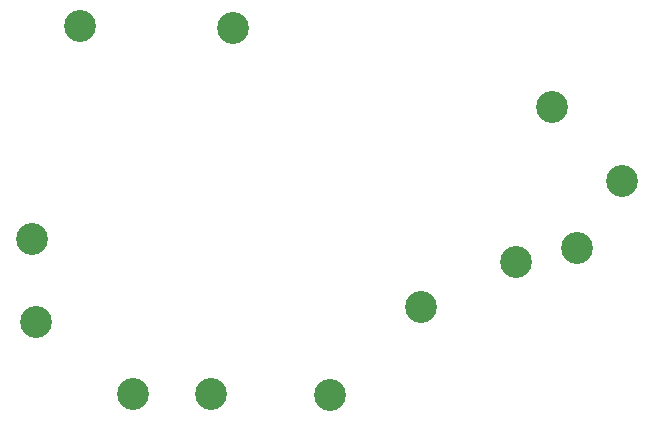
<source format=gbr>
%TF.GenerationSoftware,KiCad,Pcbnew,5.1.6-c6e7f7d~86~ubuntu18.04.1*%
%TF.CreationDate,2020-08-21T18:27:22+12:00*%
%TF.ProjectId,Biasing and 10V Test,42696173-696e-4672-9061-6e6420313056,rev?*%
%TF.SameCoordinates,Original*%
%TF.FileFunction,Soldermask,Bot*%
%TF.FilePolarity,Negative*%
%FSLAX46Y46*%
G04 Gerber Fmt 4.6, Leading zero omitted, Abs format (unit mm)*
G04 Created by KiCad (PCBNEW 5.1.6-c6e7f7d~86~ubuntu18.04.1) date 2020-08-21 18:27:22*
%MOMM*%
%LPD*%
G01*
G04 APERTURE LIST*
%ADD10C,2.700000*%
G04 APERTURE END LIST*
D10*
%TO.C,J1*%
X111379000Y-80454500D03*
%TD*%
%TO.C,J2*%
X115443000Y-62420500D03*
%TD*%
%TO.C,J3*%
X126555500Y-93599000D03*
%TD*%
%TO.C,J4*%
X136652000Y-93662500D03*
%TD*%
%TO.C,J5*%
X152400000Y-82423000D03*
%TD*%
%TO.C,J6*%
X144335500Y-86169500D03*
%TD*%
%TO.C,J7*%
X157543500Y-81216500D03*
%TD*%
%TO.C,J8*%
X155448000Y-69278500D03*
%TD*%
%TO.C,J9*%
X161353500Y-75501500D03*
%TD*%
%TO.C,J10*%
X119951500Y-93535500D03*
%TD*%
%TO.C,J11*%
X111760000Y-87503000D03*
%TD*%
%TO.C,J12*%
X128397000Y-62547500D03*
%TD*%
M02*

</source>
